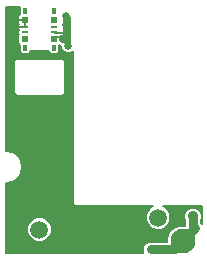
<source format=gbl>
G04 #@! TF.GenerationSoftware,KiCad,Pcbnew,(5.0.1)-4*
G04 #@! TF.CreationDate,2018-12-04T20:19:32-05:00*
G04 #@! TF.ProjectId,PowConnV1,506F77436F6E6E56312E6B696361645F,V1*
G04 #@! TF.SameCoordinates,Original*
G04 #@! TF.FileFunction,Copper,L2,Bot,Signal*
G04 #@! TF.FilePolarity,Positive*
%FSLAX46Y46*%
G04 Gerber Fmt 4.6, Leading zero omitted, Abs format (unit mm)*
G04 Created by KiCad (PCBNEW (5.0.1)-4) date 12/4/2018 8:19:32 PM*
%MOMM*%
%LPD*%
G01*
G04 APERTURE LIST*
G04 #@! TA.AperFunction,SMDPad,CuDef*
%ADD10R,0.520000X0.580000*%
G04 #@! TD*
G04 #@! TA.AperFunction,SMDPad,CuDef*
%ADD11R,0.520000X0.270000*%
G04 #@! TD*
G04 #@! TA.AperFunction,SMDPad,CuDef*
%ADD12R,0.330000X0.480000*%
G04 #@! TD*
G04 #@! TA.AperFunction,ComponentPad*
%ADD13C,1.500000*%
G04 #@! TD*
G04 #@! TA.AperFunction,BGAPad,CuDef*
%ADD14C,2.100000*%
G04 #@! TD*
G04 #@! TA.AperFunction,ViaPad*
%ADD15C,0.889000*%
G04 #@! TD*
G04 #@! TA.AperFunction,ViaPad*
%ADD16C,0.635000*%
G04 #@! TD*
G04 #@! TA.AperFunction,Conductor*
%ADD17C,0.152400*%
G04 #@! TD*
G04 #@! TA.AperFunction,Conductor*
%ADD18C,0.508000*%
G04 #@! TD*
G04 #@! TA.AperFunction,Conductor*
%ADD19C,0.381000*%
G04 #@! TD*
G04 #@! TA.AperFunction,Conductor*
%ADD20C,0.762000*%
G04 #@! TD*
G04 APERTURE END LIST*
D10*
G04 #@! TO.P,P1,5*
G04 #@! TO.N,N/C*
X115402680Y-77318080D03*
D11*
G04 #@! TO.P,P1,7*
G04 #@! TO.N,Dev+*
X115402680Y-78330080D03*
G04 #@! TO.P,P1,6*
G04 #@! TO.N,N/C*
X115402680Y-77906080D03*
D12*
G04 #@! TO.P,P1,*
G04 #@! TO.N,*
X115367680Y-79648080D03*
D10*
G04 #@! TO.P,P1,4*
G04 #@! TO.N,GND1*
X112902680Y-77318080D03*
D11*
G04 #@! TO.P,P1,3*
X112902680Y-77906080D03*
G04 #@! TO.P,P1,2*
G04 #@! TO.N,N/C*
X112902680Y-78330080D03*
D10*
G04 #@! TO.P,P1,1*
X112902680Y-78918080D03*
G04 #@! TO.P,P1,8*
G04 #@! TO.N,Dev+*
X115402680Y-78918080D03*
D12*
G04 #@! TO.P,P1,*
G04 #@! TO.N,*
X115367680Y-76588080D03*
X112937680Y-79648080D03*
X112937680Y-76588080D03*
G04 #@! TD*
D13*
G04 #@! TO.P,P2,*
G04 #@! TO.N,*
X114142520Y-95056960D03*
G04 #@! TD*
G04 #@! TO.P,P3,*
G04 #@! TO.N,*
X124200920Y-94035880D03*
G04 #@! TD*
D14*
G04 #@! TO.P,P4,1*
G04 #@! TO.N,Dev+*
X126263400Y-96047560D03*
G04 #@! TD*
G04 #@! TO.P,P5,1*
G04 #@! TO.N,GND1*
X121274840Y-94040960D03*
G04 #@! TD*
D15*
G04 #@! TO.N,Dev+*
X127142240Y-93919040D03*
D16*
X116382800Y-76933155D03*
X116382800Y-77764640D03*
X116438680Y-78719680D03*
X116586000Y-79532480D03*
X123565920Y-96728280D03*
G04 #@! TD*
D17*
G04 #@! TO.N,GND1*
X112115600Y-80639920D02*
X116291360Y-80639920D01*
G04 #@! TO.N,Dev+*
X127313399Y-94090199D02*
X127142240Y-93919040D01*
X126263400Y-96047560D02*
X127313399Y-94997561D01*
X127313399Y-94997561D02*
X127313399Y-94090199D01*
X115895120Y-78785720D02*
X115478570Y-78785720D01*
X115478570Y-78785720D02*
X115478570Y-78830080D01*
X116225320Y-77090635D02*
X116382800Y-76933155D01*
X116225320Y-78292960D02*
X116225320Y-77090635D01*
X116225320Y-78292960D02*
X116225320Y-78455520D01*
X116225320Y-77962760D02*
X116225320Y-78292960D01*
X116225320Y-77922120D02*
X116382800Y-77764640D01*
X116225320Y-78506320D02*
X116438680Y-78719680D01*
X116225320Y-78196440D02*
X116225320Y-78506320D01*
X116225320Y-78196440D02*
X116225320Y-77922120D01*
X116225320Y-78455520D02*
X116225320Y-78196440D01*
X115895120Y-78785720D02*
X115895120Y-78841600D01*
X116332000Y-79278480D02*
X116586000Y-79532480D01*
D18*
X116586000Y-77136355D02*
X116382800Y-76933155D01*
X116586000Y-79532480D02*
X116586000Y-77136355D01*
X116438680Y-76989035D02*
X116382800Y-76933155D01*
X116438680Y-78719680D02*
X116438680Y-76989035D01*
X116438680Y-78719680D02*
X116438680Y-78755240D01*
X116438680Y-78755240D02*
X116210080Y-78983840D01*
D19*
X116090699Y-79037179D02*
X116001800Y-78948280D01*
X116121181Y-79037179D02*
X116090699Y-79037179D01*
X116438680Y-78719680D02*
X116121181Y-79037179D01*
D17*
X115895120Y-78841600D02*
X116001800Y-78948280D01*
X116001800Y-78948280D02*
X116332000Y-79278480D01*
D19*
X116438680Y-78719680D02*
X115989668Y-78719680D01*
D20*
X123565920Y-96728280D02*
X125582680Y-96728280D01*
X125582680Y-96728280D02*
X126263400Y-96047560D01*
X126263400Y-96047560D02*
X127355600Y-94955360D01*
X127142240Y-94742000D02*
X127142240Y-93919040D01*
X127355600Y-94955360D02*
X127142240Y-94742000D01*
D17*
X115478570Y-78402181D02*
X115478570Y-78330080D01*
X116438680Y-78719680D02*
X116121181Y-78402181D01*
X116121181Y-78402181D02*
X115478570Y-78402181D01*
G04 #@! TD*
G04 #@! TO.N,GND1*
G36*
X112487807Y-76348080D02*
X112487807Y-76789810D01*
X112484413Y-76791216D01*
X112405816Y-76869813D01*
X112363280Y-76972504D01*
X112363280Y-77235530D01*
X112433130Y-77305380D01*
X112889980Y-77305380D01*
X112889980Y-77285380D01*
X112915380Y-77285380D01*
X112915380Y-77305380D01*
X113017718Y-77305380D01*
X112996438Y-77319598D01*
X112988967Y-77330780D01*
X112915380Y-77330780D01*
X112915380Y-77893380D01*
X112935380Y-77893380D01*
X112935380Y-77910207D01*
X112642680Y-77910207D01*
X112599581Y-77918780D01*
X112433130Y-77918780D01*
X112363280Y-77988630D01*
X112363280Y-78096656D01*
X112372809Y-78119661D01*
X112357807Y-78195080D01*
X112357807Y-78465080D01*
X112374019Y-78546580D01*
X112357807Y-78628080D01*
X112357807Y-79208080D01*
X112379492Y-79317096D01*
X112441244Y-79409516D01*
X112487807Y-79440628D01*
X112487807Y-79888080D01*
X112509492Y-79997096D01*
X112571244Y-80089516D01*
X112663664Y-80151268D01*
X112772680Y-80172953D01*
X113102680Y-80172953D01*
X113211696Y-80151268D01*
X113304116Y-80089516D01*
X113365868Y-79997096D01*
X113379469Y-79928720D01*
X114925891Y-79928720D01*
X114939492Y-79997096D01*
X115001244Y-80089516D01*
X115093664Y-80151268D01*
X115202680Y-80172953D01*
X115532680Y-80172953D01*
X115641696Y-80151268D01*
X115734116Y-80089516D01*
X115795868Y-79997096D01*
X115817553Y-79888080D01*
X115817553Y-79440628D01*
X115833130Y-79430220D01*
X115907353Y-79479814D01*
X115989100Y-79496075D01*
X115989100Y-79651211D01*
X116079973Y-79870597D01*
X116247883Y-80038507D01*
X116467269Y-80129380D01*
X116704731Y-80129380D01*
X116924117Y-80038507D01*
X116987919Y-79974705D01*
X116978788Y-92677672D01*
X116971329Y-92715260D01*
X116986058Y-92789127D01*
X117000668Y-92862857D01*
X117000797Y-92863051D01*
X117000843Y-92863280D01*
X117042672Y-92925820D01*
X117084432Y-92988415D01*
X117084626Y-92988545D01*
X117084756Y-92988739D01*
X117147263Y-93030462D01*
X117209870Y-93072359D01*
X117210099Y-93072405D01*
X117210293Y-93072534D01*
X117284246Y-93087209D01*
X117357882Y-93101911D01*
X117395471Y-93094462D01*
X123790940Y-93091485D01*
X123617812Y-93163197D01*
X123328237Y-93452772D01*
X123171520Y-93831120D01*
X123171520Y-94240640D01*
X123328237Y-94618988D01*
X123617812Y-94908563D01*
X123996160Y-95065280D01*
X124405680Y-95065280D01*
X124784028Y-94908563D01*
X125073603Y-94618988D01*
X125230320Y-94240640D01*
X125230320Y-93831120D01*
X125073603Y-93452772D01*
X124784028Y-93163197D01*
X124609979Y-93091103D01*
X127890601Y-93089576D01*
X127890601Y-94567358D01*
X127868565Y-94534380D01*
X127831721Y-94479239D01*
X127802640Y-94459808D01*
X127802640Y-94216335D01*
X127866140Y-94063033D01*
X127866140Y-93775047D01*
X127755933Y-93508984D01*
X127552296Y-93305347D01*
X127286233Y-93195140D01*
X126998247Y-93195140D01*
X126732184Y-93305347D01*
X126528547Y-93508984D01*
X126418340Y-93775047D01*
X126418340Y-94063033D01*
X126481840Y-94216335D01*
X126481840Y-94676958D01*
X126473644Y-94718160D01*
X125998966Y-94718160D01*
X125510356Y-94920550D01*
X125136390Y-95294516D01*
X124934000Y-95783126D01*
X124934000Y-96067880D01*
X123500877Y-96067880D01*
X123308245Y-96106197D01*
X123089798Y-96252158D01*
X122943837Y-96470605D01*
X122892582Y-96728280D01*
X122943837Y-96985955D01*
X122952389Y-96998754D01*
X111299675Y-96998754D01*
X111299675Y-94852200D01*
X113113120Y-94852200D01*
X113113120Y-95261720D01*
X113269837Y-95640068D01*
X113559412Y-95929643D01*
X113937760Y-96086360D01*
X114347280Y-96086360D01*
X114725628Y-95929643D01*
X115015203Y-95640068D01*
X115171920Y-95261720D01*
X115171920Y-94852200D01*
X115015203Y-94473852D01*
X114725628Y-94184277D01*
X114347280Y-94027560D01*
X113937760Y-94027560D01*
X113559412Y-94184277D01*
X113269837Y-94473852D01*
X113113120Y-94852200D01*
X111299675Y-94852200D01*
X111299675Y-91142137D01*
X111383318Y-91141906D01*
X111765790Y-91064728D01*
X111902399Y-91007700D01*
X112226222Y-90790032D01*
X112330609Y-90685067D01*
X112546485Y-90360045D01*
X112602757Y-90223123D01*
X112677820Y-89840231D01*
X112677411Y-89692198D01*
X112677411Y-89692196D01*
X112600233Y-89309725D01*
X112543205Y-89173116D01*
X112325537Y-88849293D01*
X112220572Y-88744906D01*
X111895550Y-88529030D01*
X111758628Y-88472758D01*
X111375736Y-88397695D01*
X111375735Y-88397695D01*
X111299675Y-88397905D01*
X111299675Y-80970120D01*
X111952377Y-80970120D01*
X111959320Y-81005024D01*
X111959321Y-83322811D01*
X111952377Y-83357720D01*
X111979883Y-83496000D01*
X112058212Y-83613228D01*
X112175440Y-83691557D01*
X112278816Y-83712120D01*
X112313720Y-83719063D01*
X112348624Y-83712120D01*
X115936036Y-83712120D01*
X115970550Y-83719062D01*
X116005842Y-83712120D01*
X116006224Y-83712120D01*
X116040149Y-83705372D01*
X116108887Y-83691851D01*
X116109213Y-83691634D01*
X116109600Y-83691557D01*
X116168110Y-83652462D01*
X116226282Y-83613772D01*
X116226500Y-83613447D01*
X116226828Y-83613228D01*
X116265945Y-83554685D01*
X116304861Y-83496711D01*
X116304938Y-83496328D01*
X116305157Y-83496000D01*
X116318908Y-83426869D01*
X116325644Y-83393379D01*
X116325645Y-83393002D01*
X116332663Y-83357720D01*
X116325794Y-83323186D01*
X116330736Y-81005347D01*
X116337743Y-80970120D01*
X116310237Y-80831840D01*
X116231908Y-80714612D01*
X116114680Y-80636283D01*
X116011304Y-80615720D01*
X115986423Y-80615720D01*
X115977170Y-80613859D01*
X115967709Y-80615720D01*
X112348624Y-80615720D01*
X112313720Y-80608777D01*
X112278816Y-80615720D01*
X112175440Y-80636283D01*
X112058212Y-80714612D01*
X111979883Y-80831840D01*
X111952377Y-80970120D01*
X111299675Y-80970120D01*
X111299675Y-77400630D01*
X112363280Y-77400630D01*
X112363280Y-77663656D01*
X112374018Y-77689580D01*
X112363280Y-77715504D01*
X112363280Y-77823530D01*
X112433130Y-77893380D01*
X112889980Y-77893380D01*
X112889980Y-77330780D01*
X112433130Y-77330780D01*
X112363280Y-77400630D01*
X111299675Y-77400630D01*
X111299675Y-76242655D01*
X112508778Y-76242655D01*
X112487807Y-76348080D01*
X112487807Y-76348080D01*
G37*
X112487807Y-76348080D02*
X112487807Y-76789810D01*
X112484413Y-76791216D01*
X112405816Y-76869813D01*
X112363280Y-76972504D01*
X112363280Y-77235530D01*
X112433130Y-77305380D01*
X112889980Y-77305380D01*
X112889980Y-77285380D01*
X112915380Y-77285380D01*
X112915380Y-77305380D01*
X113017718Y-77305380D01*
X112996438Y-77319598D01*
X112988967Y-77330780D01*
X112915380Y-77330780D01*
X112915380Y-77893380D01*
X112935380Y-77893380D01*
X112935380Y-77910207D01*
X112642680Y-77910207D01*
X112599581Y-77918780D01*
X112433130Y-77918780D01*
X112363280Y-77988630D01*
X112363280Y-78096656D01*
X112372809Y-78119661D01*
X112357807Y-78195080D01*
X112357807Y-78465080D01*
X112374019Y-78546580D01*
X112357807Y-78628080D01*
X112357807Y-79208080D01*
X112379492Y-79317096D01*
X112441244Y-79409516D01*
X112487807Y-79440628D01*
X112487807Y-79888080D01*
X112509492Y-79997096D01*
X112571244Y-80089516D01*
X112663664Y-80151268D01*
X112772680Y-80172953D01*
X113102680Y-80172953D01*
X113211696Y-80151268D01*
X113304116Y-80089516D01*
X113365868Y-79997096D01*
X113379469Y-79928720D01*
X114925891Y-79928720D01*
X114939492Y-79997096D01*
X115001244Y-80089516D01*
X115093664Y-80151268D01*
X115202680Y-80172953D01*
X115532680Y-80172953D01*
X115641696Y-80151268D01*
X115734116Y-80089516D01*
X115795868Y-79997096D01*
X115817553Y-79888080D01*
X115817553Y-79440628D01*
X115833130Y-79430220D01*
X115907353Y-79479814D01*
X115989100Y-79496075D01*
X115989100Y-79651211D01*
X116079973Y-79870597D01*
X116247883Y-80038507D01*
X116467269Y-80129380D01*
X116704731Y-80129380D01*
X116924117Y-80038507D01*
X116987919Y-79974705D01*
X116978788Y-92677672D01*
X116971329Y-92715260D01*
X116986058Y-92789127D01*
X117000668Y-92862857D01*
X117000797Y-92863051D01*
X117000843Y-92863280D01*
X117042672Y-92925820D01*
X117084432Y-92988415D01*
X117084626Y-92988545D01*
X117084756Y-92988739D01*
X117147263Y-93030462D01*
X117209870Y-93072359D01*
X117210099Y-93072405D01*
X117210293Y-93072534D01*
X117284246Y-93087209D01*
X117357882Y-93101911D01*
X117395471Y-93094462D01*
X123790940Y-93091485D01*
X123617812Y-93163197D01*
X123328237Y-93452772D01*
X123171520Y-93831120D01*
X123171520Y-94240640D01*
X123328237Y-94618988D01*
X123617812Y-94908563D01*
X123996160Y-95065280D01*
X124405680Y-95065280D01*
X124784028Y-94908563D01*
X125073603Y-94618988D01*
X125230320Y-94240640D01*
X125230320Y-93831120D01*
X125073603Y-93452772D01*
X124784028Y-93163197D01*
X124609979Y-93091103D01*
X127890601Y-93089576D01*
X127890601Y-94567358D01*
X127868565Y-94534380D01*
X127831721Y-94479239D01*
X127802640Y-94459808D01*
X127802640Y-94216335D01*
X127866140Y-94063033D01*
X127866140Y-93775047D01*
X127755933Y-93508984D01*
X127552296Y-93305347D01*
X127286233Y-93195140D01*
X126998247Y-93195140D01*
X126732184Y-93305347D01*
X126528547Y-93508984D01*
X126418340Y-93775047D01*
X126418340Y-94063033D01*
X126481840Y-94216335D01*
X126481840Y-94676958D01*
X126473644Y-94718160D01*
X125998966Y-94718160D01*
X125510356Y-94920550D01*
X125136390Y-95294516D01*
X124934000Y-95783126D01*
X124934000Y-96067880D01*
X123500877Y-96067880D01*
X123308245Y-96106197D01*
X123089798Y-96252158D01*
X122943837Y-96470605D01*
X122892582Y-96728280D01*
X122943837Y-96985955D01*
X122952389Y-96998754D01*
X111299675Y-96998754D01*
X111299675Y-94852200D01*
X113113120Y-94852200D01*
X113113120Y-95261720D01*
X113269837Y-95640068D01*
X113559412Y-95929643D01*
X113937760Y-96086360D01*
X114347280Y-96086360D01*
X114725628Y-95929643D01*
X115015203Y-95640068D01*
X115171920Y-95261720D01*
X115171920Y-94852200D01*
X115015203Y-94473852D01*
X114725628Y-94184277D01*
X114347280Y-94027560D01*
X113937760Y-94027560D01*
X113559412Y-94184277D01*
X113269837Y-94473852D01*
X113113120Y-94852200D01*
X111299675Y-94852200D01*
X111299675Y-91142137D01*
X111383318Y-91141906D01*
X111765790Y-91064728D01*
X111902399Y-91007700D01*
X112226222Y-90790032D01*
X112330609Y-90685067D01*
X112546485Y-90360045D01*
X112602757Y-90223123D01*
X112677820Y-89840231D01*
X112677411Y-89692198D01*
X112677411Y-89692196D01*
X112600233Y-89309725D01*
X112543205Y-89173116D01*
X112325537Y-88849293D01*
X112220572Y-88744906D01*
X111895550Y-88529030D01*
X111758628Y-88472758D01*
X111375736Y-88397695D01*
X111375735Y-88397695D01*
X111299675Y-88397905D01*
X111299675Y-80970120D01*
X111952377Y-80970120D01*
X111959320Y-81005024D01*
X111959321Y-83322811D01*
X111952377Y-83357720D01*
X111979883Y-83496000D01*
X112058212Y-83613228D01*
X112175440Y-83691557D01*
X112278816Y-83712120D01*
X112313720Y-83719063D01*
X112348624Y-83712120D01*
X115936036Y-83712120D01*
X115970550Y-83719062D01*
X116005842Y-83712120D01*
X116006224Y-83712120D01*
X116040149Y-83705372D01*
X116108887Y-83691851D01*
X116109213Y-83691634D01*
X116109600Y-83691557D01*
X116168110Y-83652462D01*
X116226282Y-83613772D01*
X116226500Y-83613447D01*
X116226828Y-83613228D01*
X116265945Y-83554685D01*
X116304861Y-83496711D01*
X116304938Y-83496328D01*
X116305157Y-83496000D01*
X116318908Y-83426869D01*
X116325644Y-83393379D01*
X116325645Y-83393002D01*
X116332663Y-83357720D01*
X116325794Y-83323186D01*
X116330736Y-81005347D01*
X116337743Y-80970120D01*
X116310237Y-80831840D01*
X116231908Y-80714612D01*
X116114680Y-80636283D01*
X116011304Y-80615720D01*
X115986423Y-80615720D01*
X115977170Y-80613859D01*
X115967709Y-80615720D01*
X112348624Y-80615720D01*
X112313720Y-80608777D01*
X112278816Y-80615720D01*
X112175440Y-80636283D01*
X112058212Y-80714612D01*
X111979883Y-80831840D01*
X111952377Y-80970120D01*
X111299675Y-80970120D01*
X111299675Y-77400630D01*
X112363280Y-77400630D01*
X112363280Y-77663656D01*
X112374018Y-77689580D01*
X112363280Y-77715504D01*
X112363280Y-77823530D01*
X112433130Y-77893380D01*
X112889980Y-77893380D01*
X112889980Y-77330780D01*
X112433130Y-77330780D01*
X112363280Y-77400630D01*
X111299675Y-77400630D01*
X111299675Y-76242655D01*
X112508778Y-76242655D01*
X112487807Y-76348080D01*
G04 #@! TD*
M02*

</source>
